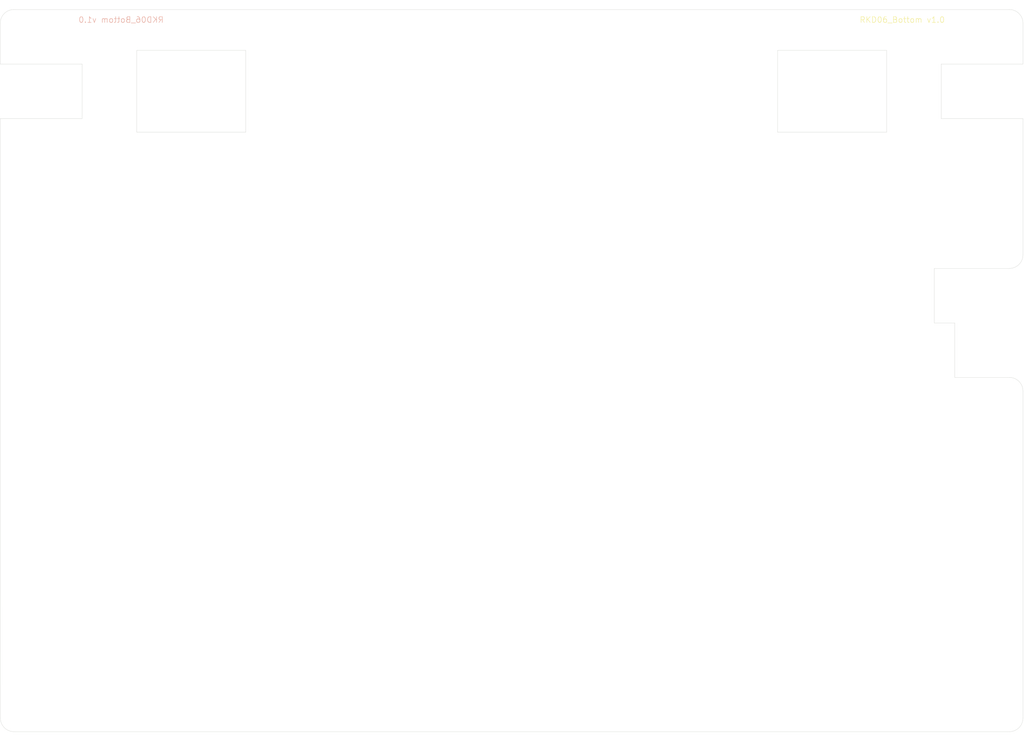
<source format=kicad_pcb>
(kicad_pcb (version 20241229) (generator "pcbnew") (generator_version "9.0")
  (layers (0 "F.Cu" signal) (2 "B.Cu" signal) (13 "F.Paste" user) (15 "B.Paste" user) (5 "F.SilkS" user "F.Silkscreen") (7 "B.SilkS" user "B.Silkscreen") (1 "F.Mask" user) (3 "B.Mask" user) (25 "Edge.Cuts" user))
  (net 0 "")
  (footprint "kbd_Hole:m2_Screw_Hole" (layer "F.Cu") (at 173.83125 28.575)
    (property "Reference" "Ref**")
    (property "Value" "Val**")
    (pad "" np_thru_hole circle (at 0 0) (size 2.2 2.2) (drill 2.2) (layers "*.Cu" "*.Mask"))
  )
  (footprint "Rikkodo_FootPrint:rkd_Point_Screw_Hall" (layer "F.Cu") (at 207.16875 105.965625)
    (property "Reference" "Point1" (hide yes))
    (property "Value" "PointScrewHall" (hide yes))
    (pad "" np_thru_hole circle (at -7.25 -12) (size 2.2 2.2) (drill 2.2) (layers "*.Cu" "*.Mask"))
    (pad "" np_thru_hole circle (at -7.25 12) (size 2.2 2.2) (drill 2.2) (layers "*.Cu" "*.Mask"))
    (pad "" np_thru_hole circle (at 7.25 -12) (size 2.2 2.2) (drill 2.2) (layers "*.Cu" "*.Mask"))
    (pad "" np_thru_hole circle (at 7.25 12) (size 2.2 2.2) (drill 2.2) (layers "*.Cu" "*.Mask"))
  )
  (footprint "kbd_Hole:m2_Screw_Hole" (layer "F.Cu") (at 138.093822 109.537428)
    (property "Reference" "Ref**")
    (property "Value" "Val**")
    (pad "" np_thru_hole circle (at 0 0) (size 2.2 2.2) (drill 2.2) (layers "*.Cu" "*.Mask"))
  )
  (footprint "kbd_Hole:m2_Screw_Hole" (layer "F.Cu") (at 100.0125 71.4375)
    (property "Reference" "Ref**")
    (property "Value" "Val**")
    (pad "" np_thru_hole circle (at 0 0) (size 2.2 2.2) (drill 2.2) (layers "*.Cu" "*.Mask"))
  )
  (footprint "kbd_Hole:m2_Screw_Hole" (layer "F.Cu") (at 42.8625 28.575)
    (property "Reference" "Ref**")
    (property "Value" "Val**")
    (pad "" np_thru_hole circle (at 0 0) (size 2.2 2.2) (drill 2.2) (layers "*.Cu" "*.Mask"))
  )
  (footprint "kbd_Hole:m2_Screw_Hole" (layer "F.Cu") (at 80.943822 28.574928)
    (property "Reference" "Ref**")
    (property "Value" "Val**")
    (pad "" np_thru_hole circle (at 0 0) (size 2.2 2.2) (drill 2.2) (layers "*.Cu" "*.Mask"))
  )
  (footprint "kbd_Hole:m2_Screw_Hole" (layer "F.Cu") (at 114.281322 71.437428)
    (property "Reference" "Ref**")
    (property "Value" "Val**")
    (pad "" np_thru_hole circle (at 0 0) (size 2.2 2.2) (drill 2.2) (layers "*.Cu" "*.Mask"))
  )
  (footprint "kbd_Hole:m2_Screw_Hole" (layer "F.Cu") (at 42.8625 150.01875)
    (property "Reference" "Ref**")
    (property "Value" "Val**")
    (pad "" np_thru_hole circle (at 0 0) (size 2.2 2.2) (drill 2.2) (layers "*.Cu" "*.Mask"))
  )
  (footprint "kbd_Hole:m2_Screw_Hole" (layer "F.Cu") (at 211.93125 150.01875)
    (property "Reference" "Ref**")
    (property "Value" "Val**")
    (pad "" np_thru_hole circle (at 0 0) (size 2.2 2.2) (drill 2.2) (layers "*.Cu" "*.Mask"))
  )
  (footprint "kbd_Hole:m2_Screw_Hole" (layer "F.Cu") (at 152.4 109.5375)
    (property "Reference" "Ref**")
    (property "Value" "Val**")
    (pad "" np_thru_hole circle (at 0 0) (size 2.2 2.2) (drill 2.2) (layers "*.Cu" "*.Mask"))
  )
  (footprint "kbd_Hole:m2_Screw_Hole" (layer "F.Cu") (at 211.93125 28.575)
    (property "Reference" "Ref**")
    (property "Value" "Val**")
    (pad "" np_thru_hole circle (at 0 0) (size 2.2 2.2) (drill 2.2) (layers "*.Cu" "*.Mask"))
  )
  (gr_line (start 216.69375 35.71875) (end 216.693725 28.5751) (stroke (width 0.05)) (layer "Edge.Cuts"))
  (gr_line (start 61.9125 47.625) (end 61.9125 33.3375) (stroke (width 0.05)) (layer "Edge.Cuts"))
  (gr_line (start 214.3125 71.4375) (end 201.215625 71.4375) (stroke (width 0.05)) (layer "Edge.Cuts"))
  (gr_line (start 204.7875 80.9625) (end 201.215625 80.9625) (stroke (width 0.05)) (layer "Edge.Cuts"))
  (gr_line (start 214.312475 26.19385) (end 40.462543 26.193793) (stroke (width 0.05)) (layer "Edge.Cuts"))
  (gr_line (start 202.40625 45.24375) (end 216.69375 45.24375) (stroke (width 0.05)) (layer "Edge.Cuts"))
  (gr_line (start 216.69375 35.71875) (end 202.40625 35.71875) (stroke (width 0.05)) (layer "Edge.Cuts"))
  (gr_line (start 204.7875 80.9625) (end 204.7875 90.4875) (stroke (width 0.05)) (layer "Edge.Cuts"))
  (gr_line (start 173.83125 47.625) (end 192.88125 47.625) (stroke (width 0.05)) (layer "Edge.Cuts"))
  (gr_line (start 216.693838 92.868648) (end 216.69375 150.01875) (stroke (width 0.05)) (layer "Edge.Cuts"))
  (gr_line (start 38.09052 35.718678) (end 38.081322 28.574928) (stroke (width 0.05)) (layer "Edge.Cuts"))
  (gr_arc (start 214.312588 90.487398) (mid 215.996333 91.184893) (end 216.693838 92.868648) (stroke (width 0.05)) (layer "Edge.Cuts"))
  (gr_line (start 204.7875 90.4875) (end 214.312588 90.4875) (stroke (width 0.05)) (layer "Edge.Cuts"))
  (gr_line (start 214.3125 152.4) (end 40.48125 152.400459) (stroke (width 0.05)) (layer "Edge.Cuts"))
  (gr_line (start 80.9625 33.3375) (end 80.9625 47.625) (stroke (width 0.05)) (layer "Edge.Cuts"))
  (gr_line (start 38.09052 35.718678) (end 52.368822 35.718678) (stroke (width 0.05)) (layer "Edge.Cuts"))
  (gr_line (start 52.368822 35.718678) (end 52.368822 45.243678) (stroke (width 0.05)) (layer "Edge.Cuts"))
  (gr_line (start 80.9625 47.625) (end 61.9125 47.625) (stroke (width 0.05)) (layer "Edge.Cuts"))
  (gr_arc (start 216.693703 150.018706) (mid 215.996281 151.702548) (end 214.312453 152.399956) (stroke (width 0.05)) (layer "Edge.Cuts"))
  (gr_line (start 52.368822 45.243678) (end 38.081322 45.243678) (stroke (width 0.05)) (layer "Edge.Cuts"))
  (gr_line (start 202.40625 35.71875) (end 202.40625 45.24375) (stroke (width 0.05)) (layer "Edge.Cuts"))
  (gr_arc (start 40.48125 152.399957) (mid 38.797467 151.702502) (end 38.1 150.018707) (stroke (width 0.05)) (layer "Edge.Cuts"))
  (gr_line (start 192.88125 33.3375) (end 173.83125 33.3375) (stroke (width 0.05)) (layer "Edge.Cuts"))
  (gr_arc (start 38.081293 28.575043) (mid 38.778732 26.891232) (end 40.462543 26.193793) (stroke (width 0.05)) (layer "Edge.Cuts"))
  (gr_line (start 216.693743 45.24375) (end 216.69375 69.05625) (stroke (width 0.05)) (layer "Edge.Cuts"))
  (gr_line (start 192.88125 47.625) (end 192.88125 33.3375) (stroke (width 0.05)) (layer "Edge.Cuts"))
  (gr_line (start 201.215625 71.4375) (end 201.215625 80.9625) (stroke (width 0.05)) (layer "Edge.Cuts"))
  (gr_line (start 61.9125 33.3375) (end 80.9625 33.3375) (stroke (width 0.05)) (layer "Edge.Cuts"))
  (gr_line (start 173.83125 33.3375) (end 173.83125 47.625) (stroke (width 0.05)) (layer "Edge.Cuts"))
  (gr_line (start 38.081322 45.243678) (end 38.1 150.018707) (stroke (width 0.05)) (layer "Edge.Cuts"))
  (gr_arc (start 216.693789 69.0563) (mid 215.996325 70.740097) (end 214.312539 71.43755) (stroke (width 0.05)) (layer "Edge.Cuts"))
  (gr_arc (start 214.312475 26.19385) (mid 215.996268 26.891285) (end 216.69365 28.5751) (stroke (width 0.05)) (layer "Edge.Cuts"))
  (gr_text "RKD06_Bottom v1.0" (at 188.11875 28.575 0) (layer "F.SilkS") (effects (font (size 1 1) (thickness 0.1)) (justify left bottom)))
  (gr_text "RKD06_Bottom v1.0" (at 66.675 28.575 0) (layer "B.SilkS") (effects (font (size 1 1) (thickness 0.1)) (justify left bottom mirror)))
)
</source>
